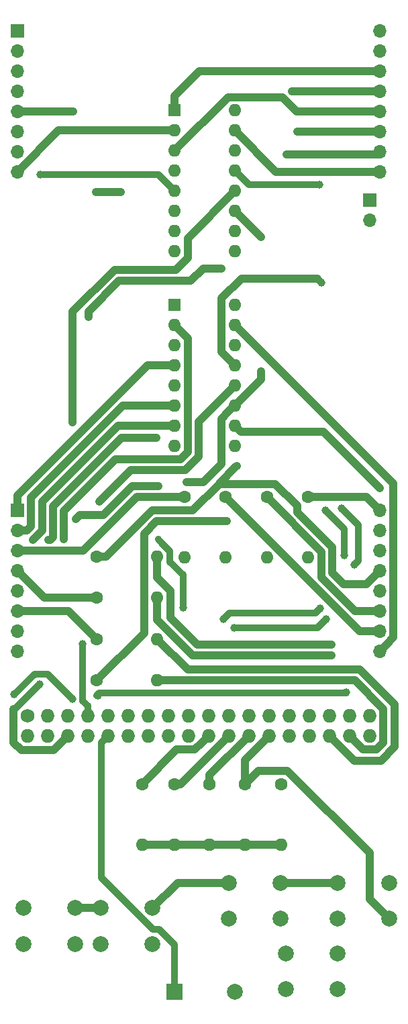
<source format=gbr>
G04 #@! TF.GenerationSoftware,KiCad,Pcbnew,(5.1.0)-1*
G04 #@! TF.CreationDate,2019-12-12T14:08:26-05:00*
G04 #@! TF.ProjectId,LEDMatrix,4c45444d-6174-4726-9978-2e6b69636164,rev?*
G04 #@! TF.SameCoordinates,Original*
G04 #@! TF.FileFunction,Copper,L1,Top*
G04 #@! TF.FilePolarity,Positive*
%FSLAX46Y46*%
G04 Gerber Fmt 4.6, Leading zero omitted, Abs format (unit mm)*
G04 Created by KiCad (PCBNEW (5.1.0)-1) date 2019-12-12 14:08:26*
%MOMM*%
%LPD*%
G04 APERTURE LIST*
%ADD10R,2.000000X2.000000*%
%ADD11C,2.000000*%
%ADD12O,1.700000X1.700000*%
%ADD13R,1.700000X1.700000*%
%ADD14O,1.600000X1.600000*%
%ADD15C,1.600000*%
%ADD16C,1.727200*%
%ADD17O,1.727200X1.727200*%
%ADD18R,1.600000X1.600000*%
%ADD19C,1.000000*%
%ADD20C,0.900000*%
%ADD21C,1.000000*%
%ADD22C,0.850000*%
G04 APERTURE END LIST*
D10*
X55245000Y-162306000D03*
D11*
X62845000Y-162306000D03*
D12*
X35433000Y-119380000D03*
X35433000Y-106680000D03*
X35433000Y-114300000D03*
X35433000Y-104140000D03*
D13*
X35433000Y-101600000D03*
D12*
X35433000Y-109220000D03*
X35433000Y-116840000D03*
X35433000Y-111760000D03*
X81153000Y-106680000D03*
X81153000Y-114300000D03*
X81153000Y-104140000D03*
X81153000Y-111760000D03*
X81153000Y-109220000D03*
X81153000Y-116840000D03*
X81153000Y-119380000D03*
X81153000Y-101600000D03*
D14*
X56515000Y-107569000D03*
D15*
X56515000Y-99949000D03*
D16*
X36703000Y-127508000D03*
D17*
X36703000Y-130048000D03*
X39243000Y-127508000D03*
X39243000Y-130048000D03*
X41783000Y-127508000D03*
X41783000Y-130048000D03*
X44323000Y-127508000D03*
X44323000Y-130048000D03*
X46863000Y-127508000D03*
X46863000Y-130048000D03*
X49403000Y-127508000D03*
X49403000Y-130048000D03*
X51943000Y-127508000D03*
X51943000Y-130048000D03*
X54483000Y-127508000D03*
X54483000Y-130048000D03*
X57023000Y-127508000D03*
X57023000Y-130048000D03*
X59563000Y-127508000D03*
X59563000Y-130048000D03*
X62103000Y-127508000D03*
X62103000Y-130048000D03*
X64643000Y-127508000D03*
X64643000Y-130048000D03*
X67183000Y-127508000D03*
X67183000Y-130048000D03*
X69723000Y-127508000D03*
X69723000Y-130048000D03*
X72263000Y-127508000D03*
X72263000Y-130048000D03*
X74803000Y-127508000D03*
X74803000Y-130048000D03*
X77343000Y-127508000D03*
X77343000Y-130048000D03*
X79883000Y-127508000D03*
X79883000Y-130048000D03*
D15*
X72136000Y-99949000D03*
D14*
X72136000Y-107569000D03*
X53086000Y-123063000D03*
D15*
X45466000Y-123063000D03*
D14*
X66929000Y-107569000D03*
D15*
X66929000Y-99949000D03*
D14*
X53086000Y-117856000D03*
D15*
X45466000Y-117856000D03*
X61722000Y-99949000D03*
D14*
X61722000Y-107569000D03*
X53086000Y-112649000D03*
D15*
X45466000Y-112649000D03*
X45466000Y-107442000D03*
D14*
X53086000Y-107442000D03*
D15*
X51181000Y-136144000D03*
D14*
X51181000Y-143764000D03*
X55245000Y-143764000D03*
D15*
X55245000Y-136144000D03*
D14*
X59690000Y-143764000D03*
D15*
X59690000Y-136144000D03*
X64135000Y-136144000D03*
D14*
X64135000Y-143764000D03*
D15*
X68707000Y-136144000D03*
D14*
X68707000Y-143764000D03*
D11*
X36195000Y-156265000D03*
X36195000Y-151765000D03*
X42695000Y-156265000D03*
X42695000Y-151765000D03*
X52474000Y-151765000D03*
X52474000Y-156265000D03*
X45974000Y-151765000D03*
X45974000Y-156265000D03*
X68603000Y-148590000D03*
X68603000Y-153090000D03*
X62103000Y-148590000D03*
X62103000Y-153090000D03*
X75819000Y-153090000D03*
X75819000Y-148590000D03*
X82319000Y-153090000D03*
X82319000Y-148590000D03*
X69342000Y-161980000D03*
X69342000Y-157480000D03*
X75842000Y-161980000D03*
X75842000Y-157480000D03*
D18*
X55245000Y-75692000D03*
D14*
X62865000Y-93472000D03*
X55245000Y-78232000D03*
X62865000Y-90932000D03*
X55245000Y-80772000D03*
X62865000Y-88392000D03*
X55245000Y-83312000D03*
X62865000Y-85852000D03*
X55245000Y-85852000D03*
X62865000Y-83312000D03*
X55245000Y-88392000D03*
X62865000Y-80772000D03*
X55245000Y-90932000D03*
X62865000Y-78232000D03*
X55245000Y-93472000D03*
X62865000Y-75692000D03*
X62865000Y-51181000D03*
X55245000Y-68961000D03*
X62865000Y-53721000D03*
X55245000Y-66421000D03*
X62865000Y-56261000D03*
X55245000Y-63881000D03*
X62865000Y-58801000D03*
X55245000Y-61341000D03*
X62865000Y-61341000D03*
X55245000Y-58801000D03*
X62865000Y-63881000D03*
X55245000Y-56261000D03*
X62865000Y-66421000D03*
X55245000Y-53721000D03*
X62865000Y-68961000D03*
D18*
X55245000Y-51181000D03*
D12*
X81153000Y-41148000D03*
X81153000Y-58928000D03*
X81153000Y-56388000D03*
X81153000Y-48768000D03*
X81153000Y-51308000D03*
X81153000Y-43688000D03*
X81153000Y-53848000D03*
X81153000Y-46228000D03*
X35433000Y-51308000D03*
X35433000Y-56388000D03*
X35433000Y-48768000D03*
D13*
X35433000Y-41148000D03*
D12*
X35433000Y-43688000D03*
X35433000Y-53848000D03*
X35433000Y-46228000D03*
X35433000Y-58928000D03*
D13*
X79883000Y-62484000D03*
D12*
X79883000Y-65024000D03*
D19*
X38227000Y-123571000D03*
X44390981Y-77216000D03*
X61189999Y-71095999D03*
X61846989Y-102999011D03*
D20*
X70760990Y-53848000D03*
X48516011Y-61468000D03*
X45339000Y-61468000D03*
X69385980Y-56769000D03*
D19*
X49941499Y-100487499D03*
D20*
X70104000Y-48768000D03*
D19*
X62992000Y-96139000D03*
X41283031Y-105283000D03*
X52959000Y-92456000D03*
X39359205Y-105304990D03*
X37577819Y-105141819D03*
X42437778Y-51288222D03*
X38354000Y-59309000D03*
X75057000Y-118512990D03*
X75057000Y-119888000D03*
X56324500Y-113855500D03*
D20*
X53213000Y-105283000D03*
D19*
X53213000Y-98573990D03*
X42418000Y-90551000D03*
X42799000Y-102743000D03*
X61468000Y-115316000D03*
X73596500Y-113982500D03*
X76708000Y-107315000D03*
X74295000Y-101600000D03*
X73787000Y-72898000D03*
X62768000Y-116459000D03*
X74422000Y-115316000D03*
X77978000Y-108458000D03*
X76327000Y-101324000D03*
X73533000Y-60579000D03*
X56814991Y-98044000D03*
X66167000Y-84074000D03*
X66167000Y-67183000D03*
X81153000Y-98806000D03*
X76962000Y-124587000D03*
X42366000Y-125415902D03*
X35052000Y-124841000D03*
X45563000Y-124968000D03*
X43666000Y-118491000D03*
X45765991Y-100502991D03*
D21*
X41783000Y-130048000D02*
X40919401Y-130911599D01*
X40919401Y-130911599D02*
X40005000Y-131826000D01*
X34964399Y-130882529D02*
X34964399Y-126706601D01*
X40005000Y-131826000D02*
X35907870Y-131826000D01*
X35907870Y-131826000D02*
X34964399Y-130882529D01*
X48257886Y-72641989D02*
X57314548Y-72641989D01*
D22*
X34964399Y-126706601D02*
X35091399Y-126706601D01*
X35091399Y-126706601D02*
X38227000Y-123571000D01*
D21*
X44390981Y-76508894D02*
X48257886Y-72641989D01*
X44390981Y-77216000D02*
X44390981Y-76508894D01*
X58860538Y-71095999D02*
X61189999Y-71095999D01*
X57314548Y-72641989D02*
X58860538Y-71095999D01*
X79502000Y-99949000D02*
X81153000Y-101600000D01*
X72136000Y-99949000D02*
X79502000Y-99949000D01*
X51410999Y-117118001D02*
X45466000Y-123063000D01*
X61846989Y-102999011D02*
X52984915Y-102999011D01*
X51410999Y-104572927D02*
X51410999Y-117118001D01*
X52984915Y-102999011D02*
X51410999Y-104572927D01*
X73811001Y-106831001D02*
X73811001Y-106958001D01*
X66929000Y-99949000D02*
X73811001Y-106831001D01*
X71397386Y-53848000D02*
X81153000Y-53848000D01*
X70760990Y-53848000D02*
X71397386Y-53848000D01*
X79950919Y-114300000D02*
X81153000Y-114300000D01*
X79208443Y-114300000D02*
X79950919Y-114300000D01*
X73811001Y-106831001D02*
X73811001Y-110093445D01*
X78017556Y-114300000D02*
X79950919Y-114300000D01*
X73811001Y-110093445D02*
X78017556Y-114300000D01*
X48516011Y-61468000D02*
X47879615Y-61468000D01*
X47879615Y-61468000D02*
X45339000Y-61468000D01*
X41910000Y-114300000D02*
X45466000Y-117856000D01*
X35433000Y-114300000D02*
X41910000Y-114300000D01*
X78613000Y-116840000D02*
X81153000Y-116840000D01*
X61722000Y-99949000D02*
X78613000Y-116840000D01*
X80772000Y-56769000D02*
X81153000Y-56388000D01*
X69385980Y-56769000D02*
X80772000Y-56769000D01*
X38862000Y-112649000D02*
X35433000Y-109220000D01*
X45466000Y-112649000D02*
X38862000Y-112649000D01*
X43748998Y-106680000D02*
X35433000Y-106680000D01*
X56515000Y-99949000D02*
X50479998Y-99949000D01*
X50479998Y-99949000D02*
X49941499Y-100487499D01*
X49941499Y-100487499D02*
X43748998Y-106680000D01*
X72517000Y-48768000D02*
X70104000Y-48768000D01*
X81153000Y-48768000D02*
X72517000Y-48768000D01*
X57567997Y-101624001D02*
X60917999Y-98273999D01*
X67981997Y-98273999D02*
X70760990Y-101052992D01*
X70760990Y-101836434D02*
X75186009Y-106261453D01*
X75186009Y-106261453D02*
X75186009Y-109523897D01*
X80303001Y-110069999D02*
X81153000Y-109220000D01*
X52415369Y-101624001D02*
X57567997Y-101624001D01*
X79441001Y-110931999D02*
X80303001Y-110069999D01*
X70760990Y-101052992D02*
X70760990Y-101836434D01*
X60917999Y-98273999D02*
X67981997Y-98273999D01*
X76594111Y-110931999D02*
X79441001Y-110931999D01*
X75186009Y-109523897D02*
X76594111Y-110931999D01*
X46597370Y-107442000D02*
X52415369Y-101624001D01*
X45466000Y-107442000D02*
X46597370Y-107442000D01*
X60917999Y-98273999D02*
X60917999Y-98213001D01*
X63119000Y-96012000D02*
X63119000Y-96012000D01*
X60917999Y-98213001D02*
X62992000Y-96139000D01*
X62992000Y-96139000D02*
X63119000Y-96012000D01*
X56920001Y-79907001D02*
X56920001Y-94276001D01*
X47814223Y-95147001D02*
X41283031Y-101678193D01*
X41283031Y-101678193D02*
X41283031Y-105283000D01*
X55245000Y-78232000D02*
X56920001Y-79907001D01*
X56920001Y-94276001D02*
X56049001Y-95147001D01*
X56049001Y-95147001D02*
X47814223Y-95147001D01*
X35433000Y-99750000D02*
X35433000Y-101600000D01*
X51871000Y-83312000D02*
X35433000Y-99750000D01*
X55245000Y-83312000D02*
X51871000Y-83312000D01*
X52959000Y-92456000D02*
X48560668Y-92456000D01*
X48560668Y-92456000D02*
X39908021Y-101108647D01*
X39908021Y-104998979D02*
X39602010Y-105304990D01*
X39908021Y-101108647D02*
X39908021Y-104998979D01*
X39602010Y-105304990D02*
X39359205Y-105304990D01*
X36635081Y-104140000D02*
X35433000Y-104140000D01*
X48735556Y-88392000D02*
X37117779Y-100009777D01*
X37117779Y-100009777D02*
X37158001Y-100049999D01*
X55245000Y-88392000D02*
X48735556Y-88392000D01*
X37158001Y-103617080D02*
X36635081Y-104140000D01*
X37158001Y-100049999D02*
X37158001Y-103617080D01*
X55245000Y-90932000D02*
X48140112Y-90932000D01*
X38533011Y-100539101D02*
X38533011Y-104186627D01*
X48140112Y-90932000D02*
X38533011Y-100539101D01*
X38533011Y-104186627D02*
X37577819Y-105141819D01*
X37577819Y-105141819D02*
X37414648Y-105304990D01*
X82002999Y-118530001D02*
X81153000Y-119380000D01*
X82878001Y-117654999D02*
X82002999Y-118530001D01*
X82878001Y-98245001D02*
X82878001Y-117654999D01*
X62865000Y-78232000D02*
X82878001Y-98245001D01*
X68072000Y-58928000D02*
X81153000Y-58928000D01*
X62865000Y-53721000D02*
X68072000Y-58928000D01*
X35452778Y-51288222D02*
X35433000Y-51308000D01*
X42437778Y-51288222D02*
X35452778Y-51288222D01*
D22*
X53213000Y-59309000D02*
X55245000Y-61341000D01*
X38354000Y-59309000D02*
X53213000Y-59309000D01*
D21*
X79950919Y-51308000D02*
X81153000Y-51308000D01*
X68897442Y-49505999D02*
X70699443Y-51308000D01*
X70699443Y-51308000D02*
X79950919Y-51308000D01*
X62000001Y-49505999D02*
X68897442Y-49505999D01*
X55245000Y-56261000D02*
X62000001Y-49505999D01*
X40640000Y-53721000D02*
X35433000Y-58928000D01*
X55245000Y-53721000D02*
X40640000Y-53721000D01*
X79950919Y-46228000D02*
X81153000Y-46228000D01*
X58398000Y-46228000D02*
X79950919Y-46228000D01*
X55245000Y-49381000D02*
X58398000Y-46228000D01*
X55245000Y-51181000D02*
X55245000Y-49381000D01*
X58100546Y-118512990D02*
X75057000Y-118512990D01*
X54761001Y-115173445D02*
X58100546Y-118512990D01*
X53086000Y-107442000D02*
X53086000Y-110109000D01*
X54761001Y-111784001D02*
X54761001Y-115173445D01*
X53086000Y-110109000D02*
X54761001Y-111784001D01*
X75057000Y-118512990D02*
X75057000Y-118512990D01*
X78011130Y-123063000D02*
X54217370Y-123063000D01*
X81621601Y-126673471D02*
X78011130Y-123063000D01*
X54217370Y-123063000D02*
X53086000Y-123063000D01*
X81621601Y-130882529D02*
X81621601Y-126673471D01*
X80717529Y-131786601D02*
X81621601Y-130882529D01*
X79081601Y-131786601D02*
X80717529Y-131786601D01*
X77343000Y-130048000D02*
X79081601Y-131786601D01*
X72136000Y-107569000D02*
X72009000Y-107696000D01*
X53086000Y-115443000D02*
X53086000Y-112649000D01*
X75057000Y-119888000D02*
X75057000Y-119888000D01*
X57531000Y-119888000D02*
X53086000Y-115443000D01*
X75057000Y-119888000D02*
X57531000Y-119888000D01*
X77916611Y-133161611D02*
X74803000Y-130048000D01*
X81287076Y-133161611D02*
X77916611Y-133161611D01*
X56917990Y-121687990D02*
X78580677Y-121687990D01*
X82996611Y-126103924D02*
X82996611Y-131452076D01*
X82996611Y-131452076D02*
X81287076Y-133161611D01*
X53086000Y-117856000D02*
X56917990Y-121687990D01*
X78580677Y-121687990D02*
X82996611Y-126103924D01*
X64135000Y-133096000D02*
X67183000Y-130048000D01*
X64135000Y-136144000D02*
X64135000Y-133096000D01*
X79853001Y-150624001D02*
X82319000Y-153090000D01*
X79853001Y-144810999D02*
X79853001Y-150624001D01*
X69511001Y-134468999D02*
X79853001Y-144810999D01*
X64135000Y-136144000D02*
X65810001Y-134468999D01*
X65810001Y-134468999D02*
X69511001Y-134468999D01*
X59690000Y-135001000D02*
X64643000Y-130048000D01*
X59690000Y-136144000D02*
X59690000Y-135001000D01*
X56007000Y-136144000D02*
X62103000Y-130048000D01*
X55245000Y-136144000D02*
X56007000Y-136144000D01*
X58699401Y-130911599D02*
X59563000Y-130048000D01*
X55538399Y-131786601D02*
X57824399Y-131786601D01*
X57824399Y-131786601D02*
X58699401Y-130911599D01*
X51181000Y-136144000D02*
X55538399Y-131786601D01*
D22*
X55245000Y-160456000D02*
X55245000Y-162306000D01*
X55245000Y-156371998D02*
X55245000Y-160456000D01*
X53338001Y-154464999D02*
X55245000Y-156371998D01*
X52509997Y-154464999D02*
X53338001Y-154464999D01*
X45999401Y-147954403D02*
X47256999Y-149212001D01*
X45999401Y-130911599D02*
X45999401Y-147954403D01*
X46863000Y-130048000D02*
X45999401Y-130911599D01*
X47256999Y-149212001D02*
X52509997Y-154464999D01*
D21*
X46241441Y-102243001D02*
X49910451Y-98573990D01*
X49910451Y-98573990D02*
X53213000Y-98573990D01*
X56920001Y-67285999D02*
X56920001Y-69765001D01*
X62865000Y-61341000D02*
X56920001Y-67285999D01*
X56920001Y-69765001D02*
X55418023Y-71266979D01*
X55418023Y-71266979D02*
X47688339Y-71266979D01*
X47688339Y-71266979D02*
X42418000Y-76537318D01*
X43298999Y-102243001D02*
X46241441Y-102243001D01*
X42799000Y-102743000D02*
X43298999Y-102243001D01*
D22*
X54686001Y-108108003D02*
X54686001Y-106756001D01*
X56324500Y-109746502D02*
X54686001Y-108108003D01*
X53662999Y-105732999D02*
X53213000Y-105283000D01*
X54686001Y-106756001D02*
X53662999Y-105732999D01*
X56324500Y-113855500D02*
X56324500Y-109746502D01*
D21*
X42418000Y-76537318D02*
X42418000Y-90551000D01*
X62865000Y-83312000D02*
X62865000Y-83439000D01*
X62865000Y-83312000D02*
X62865000Y-83251002D01*
D22*
X61468000Y-115316000D02*
X62230000Y-114554000D01*
X62230000Y-114554000D02*
X73025000Y-114554000D01*
X73025000Y-114554000D02*
X73596500Y-113982500D01*
X76708000Y-107315000D02*
X76708000Y-104013000D01*
X76708000Y-104013000D02*
X74295000Y-101600000D01*
X74295000Y-101600000D02*
X74295000Y-101600000D01*
X73787000Y-72898000D02*
X73287001Y-72398001D01*
D21*
X61189999Y-81636999D02*
X62065001Y-82512001D01*
X63679997Y-72398001D02*
X61189999Y-74887999D01*
X62065001Y-82512001D02*
X62865000Y-83312000D01*
X61189999Y-74887999D02*
X61189999Y-81636999D01*
X73287001Y-72398001D02*
X63679997Y-72398001D01*
D22*
X62768000Y-116459000D02*
X73279000Y-116459000D01*
X73279000Y-116459000D02*
X74422000Y-115316000D01*
X78477999Y-103474999D02*
X76327000Y-101324000D01*
X77978000Y-108458000D02*
X78477999Y-107958001D01*
X78477999Y-107958001D02*
X78477999Y-103474999D01*
X64643000Y-60579000D02*
X62865000Y-58801000D01*
X73533000Y-60579000D02*
X64643000Y-60579000D01*
D21*
X62865000Y-63881000D02*
X66167000Y-67183000D01*
X66167000Y-67183000D02*
X66167000Y-67183000D01*
X66167000Y-85090000D02*
X62865000Y-88392000D01*
X66167000Y-84074000D02*
X66167000Y-85090000D01*
X61189999Y-90067001D02*
X62065001Y-89191999D01*
X61189999Y-95782001D02*
X61189999Y-90067001D01*
X56814991Y-98044000D02*
X58928000Y-98044000D01*
X62065001Y-89191999D02*
X62865000Y-88392000D01*
X58928000Y-98044000D02*
X61189999Y-95782001D01*
X68707000Y-143764000D02*
X63627000Y-143764000D01*
X63627000Y-143764000D02*
X64135000Y-143764000D01*
X64135000Y-143764000D02*
X59690000Y-143764000D01*
X59690000Y-143764000D02*
X55245000Y-143764000D01*
X55245000Y-143764000D02*
X51181000Y-143764000D01*
D22*
X79883000Y-127508000D02*
X80010000Y-127381000D01*
X80010000Y-127381000D02*
X79756000Y-127508000D01*
D21*
X55649000Y-148590000D02*
X52474000Y-151765000D01*
X62103000Y-148590000D02*
X55649000Y-148590000D01*
X75819000Y-148590000D02*
X68603000Y-148590000D01*
X63664999Y-91731999D02*
X62865000Y-90932000D01*
X81153000Y-98806000D02*
X74078999Y-91731999D01*
X74078999Y-91731999D02*
X63664999Y-91731999D01*
X42695000Y-151765000D02*
X45974000Y-151765000D01*
D22*
X76962000Y-124587000D02*
X76885999Y-124663001D01*
X37622001Y-122270999D02*
X35052000Y-124841000D01*
X42366000Y-125415902D02*
X39221097Y-122270999D01*
X39221097Y-122270999D02*
X37622001Y-122270999D01*
X76885999Y-124663001D02*
X45770999Y-124663001D01*
X45466000Y-124968000D02*
X45563000Y-124968000D01*
X45770999Y-124663001D02*
X45466000Y-124968000D01*
X44323000Y-126286686D02*
X44323000Y-127508000D01*
X43666000Y-125629686D02*
X44323000Y-126286686D01*
X43666000Y-125629686D02*
X43666000Y-118491000D01*
D21*
X56618548Y-96522011D02*
X49746971Y-96522011D01*
X58295011Y-94845548D02*
X56618548Y-96522011D01*
X58295011Y-90421989D02*
X58295011Y-94845548D01*
X62865000Y-85852000D02*
X58295011Y-90421989D01*
X49746971Y-96522011D02*
X45765991Y-100502991D01*
M02*

</source>
